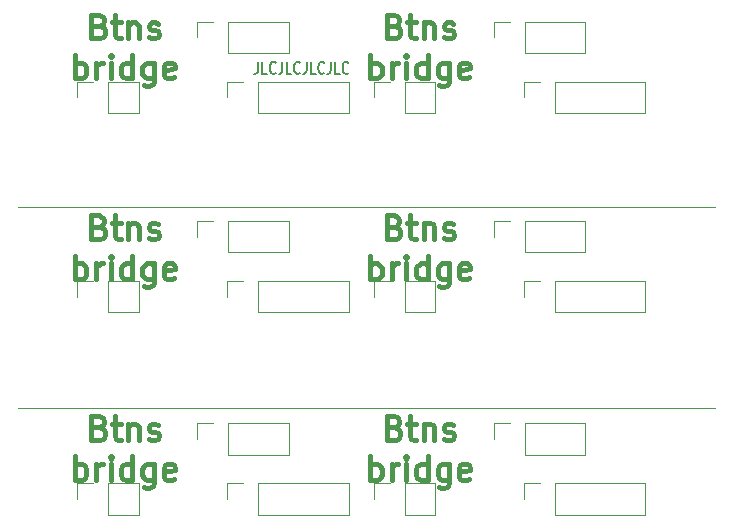
<source format=gbr>
%TF.GenerationSoftware,KiCad,Pcbnew,5.1.9-73d0e3b20d~88~ubuntu18.04.1*%
%TF.CreationDate,2021-01-03T17:48:49+01:00*%
%TF.ProjectId,ss_fp_87dc3_bridgeboard,73735f66-705f-4383-9764-63335f627269,r0.1*%
%TF.SameCoordinates,PX5f5e100PY2faf080*%
%TF.FileFunction,Legend,Top*%
%TF.FilePolarity,Positive*%
%FSLAX46Y46*%
G04 Gerber Fmt 4.6, Leading zero omitted, Abs format (unit mm)*
G04 Created by KiCad (PCBNEW 5.1.9-73d0e3b20d~88~ubuntu18.04.1) date 2021-01-03 17:48:49*
%MOMM*%
%LPD*%
G01*
G04 APERTURE LIST*
%ADD10C,0.400000*%
%ADD11C,0.120000*%
%ADD12C,0.150000*%
G04 APERTURE END LIST*
D10*
X27857142Y-35657142D02*
X28142857Y-35752380D01*
X28238095Y-35847619D01*
X28333333Y-36038095D01*
X28333333Y-36323809D01*
X28238095Y-36514285D01*
X28142857Y-36609523D01*
X27952380Y-36704761D01*
X27190476Y-36704761D01*
X27190476Y-34704761D01*
X27857142Y-34704761D01*
X28047619Y-34800000D01*
X28142857Y-34895238D01*
X28238095Y-35085714D01*
X28238095Y-35276190D01*
X28142857Y-35466666D01*
X28047619Y-35561904D01*
X27857142Y-35657142D01*
X27190476Y-35657142D01*
X28904761Y-35371428D02*
X29666666Y-35371428D01*
X29190476Y-34704761D02*
X29190476Y-36419047D01*
X29285714Y-36609523D01*
X29476190Y-36704761D01*
X29666666Y-36704761D01*
X30333333Y-35371428D02*
X30333333Y-36704761D01*
X30333333Y-35561904D02*
X30428571Y-35466666D01*
X30619047Y-35371428D01*
X30904761Y-35371428D01*
X31095238Y-35466666D01*
X31190476Y-35657142D01*
X31190476Y-36704761D01*
X32047619Y-36609523D02*
X32238095Y-36704761D01*
X32619047Y-36704761D01*
X32809523Y-36609523D01*
X32904761Y-36419047D01*
X32904761Y-36323809D01*
X32809523Y-36133333D01*
X32619047Y-36038095D01*
X32333333Y-36038095D01*
X32142857Y-35942857D01*
X32047619Y-35752380D01*
X32047619Y-35657142D01*
X32142857Y-35466666D01*
X32333333Y-35371428D01*
X32619047Y-35371428D01*
X32809523Y-35466666D01*
X25809523Y-40104761D02*
X25809523Y-38104761D01*
X25809523Y-38866666D02*
X26000000Y-38771428D01*
X26380952Y-38771428D01*
X26571428Y-38866666D01*
X26666666Y-38961904D01*
X26761904Y-39152380D01*
X26761904Y-39723809D01*
X26666666Y-39914285D01*
X26571428Y-40009523D01*
X26380952Y-40104761D01*
X26000000Y-40104761D01*
X25809523Y-40009523D01*
X27619047Y-40104761D02*
X27619047Y-38771428D01*
X27619047Y-39152380D02*
X27714285Y-38961904D01*
X27809523Y-38866666D01*
X28000000Y-38771428D01*
X28190476Y-38771428D01*
X28857142Y-40104761D02*
X28857142Y-38771428D01*
X28857142Y-38104761D02*
X28761904Y-38200000D01*
X28857142Y-38295238D01*
X28952380Y-38200000D01*
X28857142Y-38104761D01*
X28857142Y-38295238D01*
X30666666Y-40104761D02*
X30666666Y-38104761D01*
X30666666Y-40009523D02*
X30476190Y-40104761D01*
X30095238Y-40104761D01*
X29904761Y-40009523D01*
X29809523Y-39914285D01*
X29714285Y-39723809D01*
X29714285Y-39152380D01*
X29809523Y-38961904D01*
X29904761Y-38866666D01*
X30095238Y-38771428D01*
X30476190Y-38771428D01*
X30666666Y-38866666D01*
X32476190Y-38771428D02*
X32476190Y-40390476D01*
X32380952Y-40580952D01*
X32285714Y-40676190D01*
X32095238Y-40771428D01*
X31809523Y-40771428D01*
X31619047Y-40676190D01*
X32476190Y-40009523D02*
X32285714Y-40104761D01*
X31904761Y-40104761D01*
X31714285Y-40009523D01*
X31619047Y-39914285D01*
X31523809Y-39723809D01*
X31523809Y-39152380D01*
X31619047Y-38961904D01*
X31714285Y-38866666D01*
X31904761Y-38771428D01*
X32285714Y-38771428D01*
X32476190Y-38866666D01*
X34190476Y-40009523D02*
X34000000Y-40104761D01*
X33619047Y-40104761D01*
X33428571Y-40009523D01*
X33333333Y-39819047D01*
X33333333Y-39057142D01*
X33428571Y-38866666D01*
X33619047Y-38771428D01*
X34000000Y-38771428D01*
X34190476Y-38866666D01*
X34285714Y-39057142D01*
X34285714Y-39247619D01*
X33333333Y-39438095D01*
X2857142Y-35657142D02*
X3142857Y-35752380D01*
X3238095Y-35847619D01*
X3333333Y-36038095D01*
X3333333Y-36323809D01*
X3238095Y-36514285D01*
X3142857Y-36609523D01*
X2952380Y-36704761D01*
X2190476Y-36704761D01*
X2190476Y-34704761D01*
X2857142Y-34704761D01*
X3047619Y-34800000D01*
X3142857Y-34895238D01*
X3238095Y-35085714D01*
X3238095Y-35276190D01*
X3142857Y-35466666D01*
X3047619Y-35561904D01*
X2857142Y-35657142D01*
X2190476Y-35657142D01*
X3904761Y-35371428D02*
X4666666Y-35371428D01*
X4190476Y-34704761D02*
X4190476Y-36419047D01*
X4285714Y-36609523D01*
X4476190Y-36704761D01*
X4666666Y-36704761D01*
X5333333Y-35371428D02*
X5333333Y-36704761D01*
X5333333Y-35561904D02*
X5428571Y-35466666D01*
X5619047Y-35371428D01*
X5904761Y-35371428D01*
X6095238Y-35466666D01*
X6190476Y-35657142D01*
X6190476Y-36704761D01*
X7047619Y-36609523D02*
X7238095Y-36704761D01*
X7619047Y-36704761D01*
X7809523Y-36609523D01*
X7904761Y-36419047D01*
X7904761Y-36323809D01*
X7809523Y-36133333D01*
X7619047Y-36038095D01*
X7333333Y-36038095D01*
X7142857Y-35942857D01*
X7047619Y-35752380D01*
X7047619Y-35657142D01*
X7142857Y-35466666D01*
X7333333Y-35371428D01*
X7619047Y-35371428D01*
X7809523Y-35466666D01*
X809523Y-40104761D02*
X809523Y-38104761D01*
X809523Y-38866666D02*
X1000000Y-38771428D01*
X1380952Y-38771428D01*
X1571428Y-38866666D01*
X1666666Y-38961904D01*
X1761904Y-39152380D01*
X1761904Y-39723809D01*
X1666666Y-39914285D01*
X1571428Y-40009523D01*
X1380952Y-40104761D01*
X1000000Y-40104761D01*
X809523Y-40009523D01*
X2619047Y-40104761D02*
X2619047Y-38771428D01*
X2619047Y-39152380D02*
X2714285Y-38961904D01*
X2809523Y-38866666D01*
X3000000Y-38771428D01*
X3190476Y-38771428D01*
X3857142Y-40104761D02*
X3857142Y-38771428D01*
X3857142Y-38104761D02*
X3761904Y-38200000D01*
X3857142Y-38295238D01*
X3952380Y-38200000D01*
X3857142Y-38104761D01*
X3857142Y-38295238D01*
X5666666Y-40104761D02*
X5666666Y-38104761D01*
X5666666Y-40009523D02*
X5476190Y-40104761D01*
X5095238Y-40104761D01*
X4904761Y-40009523D01*
X4809523Y-39914285D01*
X4714285Y-39723809D01*
X4714285Y-39152380D01*
X4809523Y-38961904D01*
X4904761Y-38866666D01*
X5095238Y-38771428D01*
X5476190Y-38771428D01*
X5666666Y-38866666D01*
X7476190Y-38771428D02*
X7476190Y-40390476D01*
X7380952Y-40580952D01*
X7285714Y-40676190D01*
X7095238Y-40771428D01*
X6809523Y-40771428D01*
X6619047Y-40676190D01*
X7476190Y-40009523D02*
X7285714Y-40104761D01*
X6904761Y-40104761D01*
X6714285Y-40009523D01*
X6619047Y-39914285D01*
X6523809Y-39723809D01*
X6523809Y-39152380D01*
X6619047Y-38961904D01*
X6714285Y-38866666D01*
X6904761Y-38771428D01*
X7285714Y-38771428D01*
X7476190Y-38866666D01*
X9190476Y-40009523D02*
X9000000Y-40104761D01*
X8619047Y-40104761D01*
X8428571Y-40009523D01*
X8333333Y-39819047D01*
X8333333Y-39057142D01*
X8428571Y-38866666D01*
X8619047Y-38771428D01*
X9000000Y-38771428D01*
X9190476Y-38866666D01*
X9285714Y-39057142D01*
X9285714Y-39247619D01*
X8333333Y-39438095D01*
X27857142Y-18657142D02*
X28142857Y-18752380D01*
X28238095Y-18847619D01*
X28333333Y-19038095D01*
X28333333Y-19323809D01*
X28238095Y-19514285D01*
X28142857Y-19609523D01*
X27952380Y-19704761D01*
X27190476Y-19704761D01*
X27190476Y-17704761D01*
X27857142Y-17704761D01*
X28047619Y-17800000D01*
X28142857Y-17895238D01*
X28238095Y-18085714D01*
X28238095Y-18276190D01*
X28142857Y-18466666D01*
X28047619Y-18561904D01*
X27857142Y-18657142D01*
X27190476Y-18657142D01*
X28904761Y-18371428D02*
X29666666Y-18371428D01*
X29190476Y-17704761D02*
X29190476Y-19419047D01*
X29285714Y-19609523D01*
X29476190Y-19704761D01*
X29666666Y-19704761D01*
X30333333Y-18371428D02*
X30333333Y-19704761D01*
X30333333Y-18561904D02*
X30428571Y-18466666D01*
X30619047Y-18371428D01*
X30904761Y-18371428D01*
X31095238Y-18466666D01*
X31190476Y-18657142D01*
X31190476Y-19704761D01*
X32047619Y-19609523D02*
X32238095Y-19704761D01*
X32619047Y-19704761D01*
X32809523Y-19609523D01*
X32904761Y-19419047D01*
X32904761Y-19323809D01*
X32809523Y-19133333D01*
X32619047Y-19038095D01*
X32333333Y-19038095D01*
X32142857Y-18942857D01*
X32047619Y-18752380D01*
X32047619Y-18657142D01*
X32142857Y-18466666D01*
X32333333Y-18371428D01*
X32619047Y-18371428D01*
X32809523Y-18466666D01*
X25809523Y-23104761D02*
X25809523Y-21104761D01*
X25809523Y-21866666D02*
X26000000Y-21771428D01*
X26380952Y-21771428D01*
X26571428Y-21866666D01*
X26666666Y-21961904D01*
X26761904Y-22152380D01*
X26761904Y-22723809D01*
X26666666Y-22914285D01*
X26571428Y-23009523D01*
X26380952Y-23104761D01*
X26000000Y-23104761D01*
X25809523Y-23009523D01*
X27619047Y-23104761D02*
X27619047Y-21771428D01*
X27619047Y-22152380D02*
X27714285Y-21961904D01*
X27809523Y-21866666D01*
X28000000Y-21771428D01*
X28190476Y-21771428D01*
X28857142Y-23104761D02*
X28857142Y-21771428D01*
X28857142Y-21104761D02*
X28761904Y-21200000D01*
X28857142Y-21295238D01*
X28952380Y-21200000D01*
X28857142Y-21104761D01*
X28857142Y-21295238D01*
X30666666Y-23104761D02*
X30666666Y-21104761D01*
X30666666Y-23009523D02*
X30476190Y-23104761D01*
X30095238Y-23104761D01*
X29904761Y-23009523D01*
X29809523Y-22914285D01*
X29714285Y-22723809D01*
X29714285Y-22152380D01*
X29809523Y-21961904D01*
X29904761Y-21866666D01*
X30095238Y-21771428D01*
X30476190Y-21771428D01*
X30666666Y-21866666D01*
X32476190Y-21771428D02*
X32476190Y-23390476D01*
X32380952Y-23580952D01*
X32285714Y-23676190D01*
X32095238Y-23771428D01*
X31809523Y-23771428D01*
X31619047Y-23676190D01*
X32476190Y-23009523D02*
X32285714Y-23104761D01*
X31904761Y-23104761D01*
X31714285Y-23009523D01*
X31619047Y-22914285D01*
X31523809Y-22723809D01*
X31523809Y-22152380D01*
X31619047Y-21961904D01*
X31714285Y-21866666D01*
X31904761Y-21771428D01*
X32285714Y-21771428D01*
X32476190Y-21866666D01*
X34190476Y-23009523D02*
X34000000Y-23104761D01*
X33619047Y-23104761D01*
X33428571Y-23009523D01*
X33333333Y-22819047D01*
X33333333Y-22057142D01*
X33428571Y-21866666D01*
X33619047Y-21771428D01*
X34000000Y-21771428D01*
X34190476Y-21866666D01*
X34285714Y-22057142D01*
X34285714Y-22247619D01*
X33333333Y-22438095D01*
X2857142Y-18657142D02*
X3142857Y-18752380D01*
X3238095Y-18847619D01*
X3333333Y-19038095D01*
X3333333Y-19323809D01*
X3238095Y-19514285D01*
X3142857Y-19609523D01*
X2952380Y-19704761D01*
X2190476Y-19704761D01*
X2190476Y-17704761D01*
X2857142Y-17704761D01*
X3047619Y-17800000D01*
X3142857Y-17895238D01*
X3238095Y-18085714D01*
X3238095Y-18276190D01*
X3142857Y-18466666D01*
X3047619Y-18561904D01*
X2857142Y-18657142D01*
X2190476Y-18657142D01*
X3904761Y-18371428D02*
X4666666Y-18371428D01*
X4190476Y-17704761D02*
X4190476Y-19419047D01*
X4285714Y-19609523D01*
X4476190Y-19704761D01*
X4666666Y-19704761D01*
X5333333Y-18371428D02*
X5333333Y-19704761D01*
X5333333Y-18561904D02*
X5428571Y-18466666D01*
X5619047Y-18371428D01*
X5904761Y-18371428D01*
X6095238Y-18466666D01*
X6190476Y-18657142D01*
X6190476Y-19704761D01*
X7047619Y-19609523D02*
X7238095Y-19704761D01*
X7619047Y-19704761D01*
X7809523Y-19609523D01*
X7904761Y-19419047D01*
X7904761Y-19323809D01*
X7809523Y-19133333D01*
X7619047Y-19038095D01*
X7333333Y-19038095D01*
X7142857Y-18942857D01*
X7047619Y-18752380D01*
X7047619Y-18657142D01*
X7142857Y-18466666D01*
X7333333Y-18371428D01*
X7619047Y-18371428D01*
X7809523Y-18466666D01*
X809523Y-23104761D02*
X809523Y-21104761D01*
X809523Y-21866666D02*
X1000000Y-21771428D01*
X1380952Y-21771428D01*
X1571428Y-21866666D01*
X1666666Y-21961904D01*
X1761904Y-22152380D01*
X1761904Y-22723809D01*
X1666666Y-22914285D01*
X1571428Y-23009523D01*
X1380952Y-23104761D01*
X1000000Y-23104761D01*
X809523Y-23009523D01*
X2619047Y-23104761D02*
X2619047Y-21771428D01*
X2619047Y-22152380D02*
X2714285Y-21961904D01*
X2809523Y-21866666D01*
X3000000Y-21771428D01*
X3190476Y-21771428D01*
X3857142Y-23104761D02*
X3857142Y-21771428D01*
X3857142Y-21104761D02*
X3761904Y-21200000D01*
X3857142Y-21295238D01*
X3952380Y-21200000D01*
X3857142Y-21104761D01*
X3857142Y-21295238D01*
X5666666Y-23104761D02*
X5666666Y-21104761D01*
X5666666Y-23009523D02*
X5476190Y-23104761D01*
X5095238Y-23104761D01*
X4904761Y-23009523D01*
X4809523Y-22914285D01*
X4714285Y-22723809D01*
X4714285Y-22152380D01*
X4809523Y-21961904D01*
X4904761Y-21866666D01*
X5095238Y-21771428D01*
X5476190Y-21771428D01*
X5666666Y-21866666D01*
X7476190Y-21771428D02*
X7476190Y-23390476D01*
X7380952Y-23580952D01*
X7285714Y-23676190D01*
X7095238Y-23771428D01*
X6809523Y-23771428D01*
X6619047Y-23676190D01*
X7476190Y-23009523D02*
X7285714Y-23104761D01*
X6904761Y-23104761D01*
X6714285Y-23009523D01*
X6619047Y-22914285D01*
X6523809Y-22723809D01*
X6523809Y-22152380D01*
X6619047Y-21961904D01*
X6714285Y-21866666D01*
X6904761Y-21771428D01*
X7285714Y-21771428D01*
X7476190Y-21866666D01*
X9190476Y-23009523D02*
X9000000Y-23104761D01*
X8619047Y-23104761D01*
X8428571Y-23009523D01*
X8333333Y-22819047D01*
X8333333Y-22057142D01*
X8428571Y-21866666D01*
X8619047Y-21771428D01*
X9000000Y-21771428D01*
X9190476Y-21866666D01*
X9285714Y-22057142D01*
X9285714Y-22247619D01*
X8333333Y-22438095D01*
X27857142Y-1657142D02*
X28142857Y-1752380D01*
X28238095Y-1847619D01*
X28333333Y-2038095D01*
X28333333Y-2323809D01*
X28238095Y-2514285D01*
X28142857Y-2609523D01*
X27952380Y-2704761D01*
X27190476Y-2704761D01*
X27190476Y-704761D01*
X27857142Y-704761D01*
X28047619Y-800000D01*
X28142857Y-895238D01*
X28238095Y-1085714D01*
X28238095Y-1276190D01*
X28142857Y-1466666D01*
X28047619Y-1561904D01*
X27857142Y-1657142D01*
X27190476Y-1657142D01*
X28904761Y-1371428D02*
X29666666Y-1371428D01*
X29190476Y-704761D02*
X29190476Y-2419047D01*
X29285714Y-2609523D01*
X29476190Y-2704761D01*
X29666666Y-2704761D01*
X30333333Y-1371428D02*
X30333333Y-2704761D01*
X30333333Y-1561904D02*
X30428571Y-1466666D01*
X30619047Y-1371428D01*
X30904761Y-1371428D01*
X31095238Y-1466666D01*
X31190476Y-1657142D01*
X31190476Y-2704761D01*
X32047619Y-2609523D02*
X32238095Y-2704761D01*
X32619047Y-2704761D01*
X32809523Y-2609523D01*
X32904761Y-2419047D01*
X32904761Y-2323809D01*
X32809523Y-2133333D01*
X32619047Y-2038095D01*
X32333333Y-2038095D01*
X32142857Y-1942857D01*
X32047619Y-1752380D01*
X32047619Y-1657142D01*
X32142857Y-1466666D01*
X32333333Y-1371428D01*
X32619047Y-1371428D01*
X32809523Y-1466666D01*
X25809523Y-6104761D02*
X25809523Y-4104761D01*
X25809523Y-4866666D02*
X26000000Y-4771428D01*
X26380952Y-4771428D01*
X26571428Y-4866666D01*
X26666666Y-4961904D01*
X26761904Y-5152380D01*
X26761904Y-5723809D01*
X26666666Y-5914285D01*
X26571428Y-6009523D01*
X26380952Y-6104761D01*
X26000000Y-6104761D01*
X25809523Y-6009523D01*
X27619047Y-6104761D02*
X27619047Y-4771428D01*
X27619047Y-5152380D02*
X27714285Y-4961904D01*
X27809523Y-4866666D01*
X28000000Y-4771428D01*
X28190476Y-4771428D01*
X28857142Y-6104761D02*
X28857142Y-4771428D01*
X28857142Y-4104761D02*
X28761904Y-4200000D01*
X28857142Y-4295238D01*
X28952380Y-4200000D01*
X28857142Y-4104761D01*
X28857142Y-4295238D01*
X30666666Y-6104761D02*
X30666666Y-4104761D01*
X30666666Y-6009523D02*
X30476190Y-6104761D01*
X30095238Y-6104761D01*
X29904761Y-6009523D01*
X29809523Y-5914285D01*
X29714285Y-5723809D01*
X29714285Y-5152380D01*
X29809523Y-4961904D01*
X29904761Y-4866666D01*
X30095238Y-4771428D01*
X30476190Y-4771428D01*
X30666666Y-4866666D01*
X32476190Y-4771428D02*
X32476190Y-6390476D01*
X32380952Y-6580952D01*
X32285714Y-6676190D01*
X32095238Y-6771428D01*
X31809523Y-6771428D01*
X31619047Y-6676190D01*
X32476190Y-6009523D02*
X32285714Y-6104761D01*
X31904761Y-6104761D01*
X31714285Y-6009523D01*
X31619047Y-5914285D01*
X31523809Y-5723809D01*
X31523809Y-5152380D01*
X31619047Y-4961904D01*
X31714285Y-4866666D01*
X31904761Y-4771428D01*
X32285714Y-4771428D01*
X32476190Y-4866666D01*
X34190476Y-6009523D02*
X34000000Y-6104761D01*
X33619047Y-6104761D01*
X33428571Y-6009523D01*
X33333333Y-5819047D01*
X33333333Y-5057142D01*
X33428571Y-4866666D01*
X33619047Y-4771428D01*
X34000000Y-4771428D01*
X34190476Y-4866666D01*
X34285714Y-5057142D01*
X34285714Y-5247619D01*
X33333333Y-5438095D01*
D11*
X-4000000Y-34000000D02*
X55000000Y-34000000D01*
D12*
X16304761Y-4702380D02*
X16304761Y-5416666D01*
X16266666Y-5559523D01*
X16190476Y-5654761D01*
X16076190Y-5702380D01*
X16000000Y-5702380D01*
X17066666Y-5702380D02*
X16685714Y-5702380D01*
X16685714Y-4702380D01*
X17790476Y-5607142D02*
X17752380Y-5654761D01*
X17638095Y-5702380D01*
X17561904Y-5702380D01*
X17447619Y-5654761D01*
X17371428Y-5559523D01*
X17333333Y-5464285D01*
X17295238Y-5273809D01*
X17295238Y-5130952D01*
X17333333Y-4940476D01*
X17371428Y-4845238D01*
X17447619Y-4750000D01*
X17561904Y-4702380D01*
X17638095Y-4702380D01*
X17752380Y-4750000D01*
X17790476Y-4797619D01*
X18361904Y-4702380D02*
X18361904Y-5416666D01*
X18323809Y-5559523D01*
X18247619Y-5654761D01*
X18133333Y-5702380D01*
X18057142Y-5702380D01*
X19123809Y-5702380D02*
X18742857Y-5702380D01*
X18742857Y-4702380D01*
X19847619Y-5607142D02*
X19809523Y-5654761D01*
X19695238Y-5702380D01*
X19619047Y-5702380D01*
X19504761Y-5654761D01*
X19428571Y-5559523D01*
X19390476Y-5464285D01*
X19352380Y-5273809D01*
X19352380Y-5130952D01*
X19390476Y-4940476D01*
X19428571Y-4845238D01*
X19504761Y-4750000D01*
X19619047Y-4702380D01*
X19695238Y-4702380D01*
X19809523Y-4750000D01*
X19847619Y-4797619D01*
X20419047Y-4702380D02*
X20419047Y-5416666D01*
X20380952Y-5559523D01*
X20304761Y-5654761D01*
X20190476Y-5702380D01*
X20114285Y-5702380D01*
X21180952Y-5702380D02*
X20800000Y-5702380D01*
X20800000Y-4702380D01*
X21904761Y-5607142D02*
X21866666Y-5654761D01*
X21752380Y-5702380D01*
X21676190Y-5702380D01*
X21561904Y-5654761D01*
X21485714Y-5559523D01*
X21447619Y-5464285D01*
X21409523Y-5273809D01*
X21409523Y-5130952D01*
X21447619Y-4940476D01*
X21485714Y-4845238D01*
X21561904Y-4750000D01*
X21676190Y-4702380D01*
X21752380Y-4702380D01*
X21866666Y-4750000D01*
X21904761Y-4797619D01*
X22476190Y-4702380D02*
X22476190Y-5416666D01*
X22438095Y-5559523D01*
X22361904Y-5654761D01*
X22247619Y-5702380D01*
X22171428Y-5702380D01*
X23238095Y-5702380D02*
X22857142Y-5702380D01*
X22857142Y-4702380D01*
X23961904Y-5607142D02*
X23923809Y-5654761D01*
X23809523Y-5702380D01*
X23733333Y-5702380D01*
X23619047Y-5654761D01*
X23542857Y-5559523D01*
X23504761Y-5464285D01*
X23466666Y-5273809D01*
X23466666Y-5130952D01*
X23504761Y-4940476D01*
X23542857Y-4845238D01*
X23619047Y-4750000D01*
X23733333Y-4702380D01*
X23809523Y-4702380D01*
X23923809Y-4750000D01*
X23961904Y-4797619D01*
D10*
X2857142Y-1657142D02*
X3142857Y-1752380D01*
X3238095Y-1847619D01*
X3333333Y-2038095D01*
X3333333Y-2323809D01*
X3238095Y-2514285D01*
X3142857Y-2609523D01*
X2952380Y-2704761D01*
X2190476Y-2704761D01*
X2190476Y-704761D01*
X2857142Y-704761D01*
X3047619Y-800000D01*
X3142857Y-895238D01*
X3238095Y-1085714D01*
X3238095Y-1276190D01*
X3142857Y-1466666D01*
X3047619Y-1561904D01*
X2857142Y-1657142D01*
X2190476Y-1657142D01*
X3904761Y-1371428D02*
X4666666Y-1371428D01*
X4190476Y-704761D02*
X4190476Y-2419047D01*
X4285714Y-2609523D01*
X4476190Y-2704761D01*
X4666666Y-2704761D01*
X5333333Y-1371428D02*
X5333333Y-2704761D01*
X5333333Y-1561904D02*
X5428571Y-1466666D01*
X5619047Y-1371428D01*
X5904761Y-1371428D01*
X6095238Y-1466666D01*
X6190476Y-1657142D01*
X6190476Y-2704761D01*
X7047619Y-2609523D02*
X7238095Y-2704761D01*
X7619047Y-2704761D01*
X7809523Y-2609523D01*
X7904761Y-2419047D01*
X7904761Y-2323809D01*
X7809523Y-2133333D01*
X7619047Y-2038095D01*
X7333333Y-2038095D01*
X7142857Y-1942857D01*
X7047619Y-1752380D01*
X7047619Y-1657142D01*
X7142857Y-1466666D01*
X7333333Y-1371428D01*
X7619047Y-1371428D01*
X7809523Y-1466666D01*
X809523Y-6104761D02*
X809523Y-4104761D01*
X809523Y-4866666D02*
X1000000Y-4771428D01*
X1380952Y-4771428D01*
X1571428Y-4866666D01*
X1666666Y-4961904D01*
X1761904Y-5152380D01*
X1761904Y-5723809D01*
X1666666Y-5914285D01*
X1571428Y-6009523D01*
X1380952Y-6104761D01*
X1000000Y-6104761D01*
X809523Y-6009523D01*
X2619047Y-6104761D02*
X2619047Y-4771428D01*
X2619047Y-5152380D02*
X2714285Y-4961904D01*
X2809523Y-4866666D01*
X3000000Y-4771428D01*
X3190476Y-4771428D01*
X3857142Y-6104761D02*
X3857142Y-4771428D01*
X3857142Y-4104761D02*
X3761904Y-4200000D01*
X3857142Y-4295238D01*
X3952380Y-4200000D01*
X3857142Y-4104761D01*
X3857142Y-4295238D01*
X5666666Y-6104761D02*
X5666666Y-4104761D01*
X5666666Y-6009523D02*
X5476190Y-6104761D01*
X5095238Y-6104761D01*
X4904761Y-6009523D01*
X4809523Y-5914285D01*
X4714285Y-5723809D01*
X4714285Y-5152380D01*
X4809523Y-4961904D01*
X4904761Y-4866666D01*
X5095238Y-4771428D01*
X5476190Y-4771428D01*
X5666666Y-4866666D01*
X7476190Y-4771428D02*
X7476190Y-6390476D01*
X7380952Y-6580952D01*
X7285714Y-6676190D01*
X7095238Y-6771428D01*
X6809523Y-6771428D01*
X6619047Y-6676190D01*
X7476190Y-6009523D02*
X7285714Y-6104761D01*
X6904761Y-6104761D01*
X6714285Y-6009523D01*
X6619047Y-5914285D01*
X6523809Y-5723809D01*
X6523809Y-5152380D01*
X6619047Y-4961904D01*
X6714285Y-4866666D01*
X6904761Y-4771428D01*
X7285714Y-4771428D01*
X7476190Y-4866666D01*
X9190476Y-6009523D02*
X9000000Y-6104761D01*
X8619047Y-6104761D01*
X8428571Y-6009523D01*
X8333333Y-5819047D01*
X8333333Y-5057142D01*
X8428571Y-4866666D01*
X8619047Y-4771428D01*
X9000000Y-4771428D01*
X9190476Y-4866666D01*
X9285714Y-5057142D01*
X9285714Y-5247619D01*
X8333333Y-5438095D01*
D11*
X-4000000Y-17000000D02*
X55000000Y-17000000D01*
%TO.C,J117*%
X11170000Y-36635000D02*
X11170000Y-35305000D01*
X11170000Y-35305000D02*
X12500000Y-35305000D01*
X13770000Y-35305000D02*
X18910000Y-35305000D01*
X18910000Y-37965000D02*
X18910000Y-35305000D01*
X13770000Y-37965000D02*
X18910000Y-37965000D01*
X13770000Y-37965000D02*
X13770000Y-35305000D01*
%TO.C,J115*%
X26110000Y-41715000D02*
X26110000Y-40385000D01*
X26110000Y-40385000D02*
X27440000Y-40385000D01*
X28710000Y-40385000D02*
X31310000Y-40385000D01*
X31310000Y-43045000D02*
X31310000Y-40385000D01*
X28710000Y-43045000D02*
X31310000Y-43045000D01*
X28710000Y-43045000D02*
X28710000Y-40385000D01*
%TO.C,J113*%
X1010000Y-41715000D02*
X1010000Y-40385000D01*
X1010000Y-40385000D02*
X2340000Y-40385000D01*
X3610000Y-40385000D02*
X6210000Y-40385000D01*
X6210000Y-43045000D02*
X6210000Y-40385000D01*
X3610000Y-43045000D02*
X6210000Y-43045000D01*
X3610000Y-43045000D02*
X3610000Y-40385000D01*
%TO.C,J118*%
X36270000Y-36635000D02*
X36270000Y-35305000D01*
X36270000Y-35305000D02*
X37600000Y-35305000D01*
X38870000Y-35305000D02*
X44010000Y-35305000D01*
X44010000Y-37965000D02*
X44010000Y-35305000D01*
X38870000Y-37965000D02*
X44010000Y-37965000D01*
X38870000Y-37965000D02*
X38870000Y-35305000D01*
%TO.C,J114*%
X13710000Y-41715000D02*
X13710000Y-40385000D01*
X13710000Y-40385000D02*
X15040000Y-40385000D01*
X16310000Y-40385000D02*
X23990000Y-40385000D01*
X23990000Y-43045000D02*
X23990000Y-40385000D01*
X16310000Y-43045000D02*
X23990000Y-43045000D01*
X16310000Y-43045000D02*
X16310000Y-40385000D01*
%TO.C,J116*%
X38810000Y-41715000D02*
X38810000Y-40385000D01*
X38810000Y-40385000D02*
X40140000Y-40385000D01*
X41410000Y-40385000D02*
X49090000Y-40385000D01*
X49090000Y-43045000D02*
X49090000Y-40385000D01*
X41410000Y-43045000D02*
X49090000Y-43045000D01*
X41410000Y-43045000D02*
X41410000Y-40385000D01*
%TO.C,J112*%
X38870000Y-20830000D02*
X38870000Y-18170000D01*
X38870000Y-20830000D02*
X44010000Y-20830000D01*
X44010000Y-20830000D02*
X44010000Y-18170000D01*
X38870000Y-18170000D02*
X44010000Y-18170000D01*
X36270000Y-18170000D02*
X37600000Y-18170000D01*
X36270000Y-19500000D02*
X36270000Y-18170000D01*
%TO.C,J111*%
X13770000Y-20830000D02*
X13770000Y-18170000D01*
X13770000Y-20830000D02*
X18910000Y-20830000D01*
X18910000Y-20830000D02*
X18910000Y-18170000D01*
X13770000Y-18170000D02*
X18910000Y-18170000D01*
X11170000Y-18170000D02*
X12500000Y-18170000D01*
X11170000Y-19500000D02*
X11170000Y-18170000D01*
%TO.C,J110*%
X41410000Y-25910000D02*
X41410000Y-23250000D01*
X41410000Y-25910000D02*
X49090000Y-25910000D01*
X49090000Y-25910000D02*
X49090000Y-23250000D01*
X41410000Y-23250000D02*
X49090000Y-23250000D01*
X38810000Y-23250000D02*
X40140000Y-23250000D01*
X38810000Y-24580000D02*
X38810000Y-23250000D01*
%TO.C,J109*%
X28710000Y-25910000D02*
X28710000Y-23250000D01*
X28710000Y-25910000D02*
X31310000Y-25910000D01*
X31310000Y-25910000D02*
X31310000Y-23250000D01*
X28710000Y-23250000D02*
X31310000Y-23250000D01*
X26110000Y-23250000D02*
X27440000Y-23250000D01*
X26110000Y-24580000D02*
X26110000Y-23250000D01*
%TO.C,J108*%
X16310000Y-25910000D02*
X16310000Y-23250000D01*
X16310000Y-25910000D02*
X23990000Y-25910000D01*
X23990000Y-25910000D02*
X23990000Y-23250000D01*
X16310000Y-23250000D02*
X23990000Y-23250000D01*
X13710000Y-23250000D02*
X15040000Y-23250000D01*
X13710000Y-24580000D02*
X13710000Y-23250000D01*
%TO.C,J107*%
X3610000Y-25910000D02*
X3610000Y-23250000D01*
X3610000Y-25910000D02*
X6210000Y-25910000D01*
X6210000Y-25910000D02*
X6210000Y-23250000D01*
X3610000Y-23250000D02*
X6210000Y-23250000D01*
X1010000Y-23250000D02*
X2340000Y-23250000D01*
X1010000Y-24580000D02*
X1010000Y-23250000D01*
%TO.C,J106*%
X38870000Y-3965000D02*
X38870000Y-1305000D01*
X38870000Y-3965000D02*
X44010000Y-3965000D01*
X44010000Y-3965000D02*
X44010000Y-1305000D01*
X38870000Y-1305000D02*
X44010000Y-1305000D01*
X36270000Y-1305000D02*
X37600000Y-1305000D01*
X36270000Y-2635000D02*
X36270000Y-1305000D01*
%TO.C,J105*%
X41410000Y-9045000D02*
X41410000Y-6385000D01*
X41410000Y-9045000D02*
X49090000Y-9045000D01*
X49090000Y-9045000D02*
X49090000Y-6385000D01*
X41410000Y-6385000D02*
X49090000Y-6385000D01*
X38810000Y-6385000D02*
X40140000Y-6385000D01*
X38810000Y-7715000D02*
X38810000Y-6385000D01*
%TO.C,J104*%
X28710000Y-9045000D02*
X28710000Y-6385000D01*
X28710000Y-9045000D02*
X31310000Y-9045000D01*
X31310000Y-9045000D02*
X31310000Y-6385000D01*
X28710000Y-6385000D02*
X31310000Y-6385000D01*
X26110000Y-6385000D02*
X27440000Y-6385000D01*
X26110000Y-7715000D02*
X26110000Y-6385000D01*
%TO.C,J103*%
X13770000Y-3965000D02*
X13770000Y-1305000D01*
X13770000Y-3965000D02*
X18910000Y-3965000D01*
X18910000Y-3965000D02*
X18910000Y-1305000D01*
X13770000Y-1305000D02*
X18910000Y-1305000D01*
X11170000Y-1305000D02*
X12500000Y-1305000D01*
X11170000Y-2635000D02*
X11170000Y-1305000D01*
%TO.C,J102*%
X16310000Y-9045000D02*
X16310000Y-6385000D01*
X16310000Y-9045000D02*
X23990000Y-9045000D01*
X23990000Y-9045000D02*
X23990000Y-6385000D01*
X16310000Y-6385000D02*
X23990000Y-6385000D01*
X13710000Y-6385000D02*
X15040000Y-6385000D01*
X13710000Y-7715000D02*
X13710000Y-6385000D01*
%TO.C,J101*%
X3610000Y-9045000D02*
X3610000Y-6385000D01*
X3610000Y-9045000D02*
X6210000Y-9045000D01*
X6210000Y-9045000D02*
X6210000Y-6385000D01*
X3610000Y-6385000D02*
X6210000Y-6385000D01*
X1010000Y-6385000D02*
X2340000Y-6385000D01*
X1010000Y-7715000D02*
X1010000Y-6385000D01*
%TD*%
M02*

</source>
